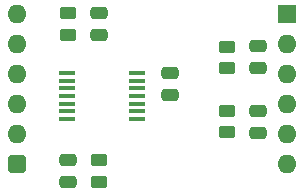
<source format=gts>
%TF.GenerationSoftware,KiCad,Pcbnew,8.0.4*%
%TF.CreationDate,2024-08-12T20:09:22+02:00*%
%TF.ProjectId,W65C816 Latch,57363543-3831-4362-904c-617463682e6b,V1*%
%TF.SameCoordinates,PX54c81a0PY37b6b20*%
%TF.FileFunction,Soldermask,Top*%
%TF.FilePolarity,Negative*%
%FSLAX46Y46*%
G04 Gerber Fmt 4.6, Leading zero omitted, Abs format (unit mm)*
G04 Created by KiCad (PCBNEW 8.0.4) date 2024-08-12 20:09:22*
%MOMM*%
%LPD*%
G01*
G04 APERTURE LIST*
G04 Aperture macros list*
%AMRoundRect*
0 Rectangle with rounded corners*
0 $1 Rounding radius*
0 $2 $3 $4 $5 $6 $7 $8 $9 X,Y pos of 4 corners*
0 Add a 4 corners polygon primitive as box body*
4,1,4,$2,$3,$4,$5,$6,$7,$8,$9,$2,$3,0*
0 Add four circle primitives for the rounded corners*
1,1,$1+$1,$2,$3*
1,1,$1+$1,$4,$5*
1,1,$1+$1,$6,$7*
1,1,$1+$1,$8,$9*
0 Add four rect primitives between the rounded corners*
20,1,$1+$1,$2,$3,$4,$5,0*
20,1,$1+$1,$4,$5,$6,$7,0*
20,1,$1+$1,$6,$7,$8,$9,0*
20,1,$1+$1,$8,$9,$2,$3,0*%
G04 Aperture macros list end*
%ADD10RoundRect,0.250000X-0.450000X0.262500X-0.450000X-0.262500X0.450000X-0.262500X0.450000X0.262500X0*%
%ADD11RoundRect,0.250000X-0.475000X0.250000X-0.475000X-0.250000X0.475000X-0.250000X0.475000X0.250000X0*%
%ADD12R,1.475000X0.450000*%
%ADD13RoundRect,0.250000X0.450000X-0.262500X0.450000X0.262500X-0.450000X0.262500X-0.450000X-0.262500X0*%
%ADD14RoundRect,0.250000X0.475000X-0.250000X0.475000X0.250000X-0.475000X0.250000X-0.475000X-0.250000X0*%
%ADD15O,1.600000X1.600000*%
%ADD16RoundRect,0.400000X-0.400000X-0.400000X0.400000X-0.400000X0.400000X0.400000X-0.400000X0.400000X0*%
%ADD17R,1.600000X1.600000*%
G04 APERTURE END LIST*
D10*
%TO.C,R4*%
X17790000Y-8231500D03*
X17790000Y-10056500D03*
%TD*%
D11*
%TO.C,C2*%
X4318000Y-12401000D03*
X4318000Y-14301000D03*
%TD*%
%TO.C,C5*%
X20447000Y-8210000D03*
X20447000Y-10110000D03*
%TD*%
D10*
%TO.C,R2*%
X4328000Y23500D03*
X4328000Y-1801500D03*
%TD*%
D12*
%TO.C,IC1*%
X4301000Y-5035000D03*
X4301000Y-5685000D03*
X4301000Y-6335000D03*
X4301000Y-6985000D03*
X4301000Y-7635000D03*
X4301000Y-8285000D03*
X4301000Y-8935000D03*
X10177000Y-8935000D03*
X10177000Y-8285000D03*
X10177000Y-7635000D03*
X10177000Y-6985000D03*
X10177000Y-6335000D03*
X10177000Y-5685000D03*
X10177000Y-5035000D03*
%TD*%
D11*
%TO.C,C1*%
X12954000Y-5035000D03*
X12954000Y-6935000D03*
%TD*%
D13*
%TO.C,R3*%
X17770000Y-4619000D03*
X17770000Y-2794000D03*
%TD*%
D14*
%TO.C,C4*%
X20447000Y-4617000D03*
X20447000Y-2717000D03*
%TD*%
%TO.C,C3*%
X6985000Y-1823000D03*
X6985000Y77000D03*
%TD*%
D13*
%TO.C,R1*%
X6975000Y-14247500D03*
X6975000Y-12422500D03*
%TD*%
D15*
%TO.C,J2*%
X0Y0D03*
X0Y-2540000D03*
X0Y-5080000D03*
X0Y-7620000D03*
X0Y-10160000D03*
D16*
X0Y-12700000D03*
D15*
X22860000Y-12700000D03*
X22860000Y-10160000D03*
X22860000Y-7620000D03*
X22860000Y-5080000D03*
X22860000Y-2540000D03*
D17*
X22860000Y0D03*
%TD*%
M02*

</source>
